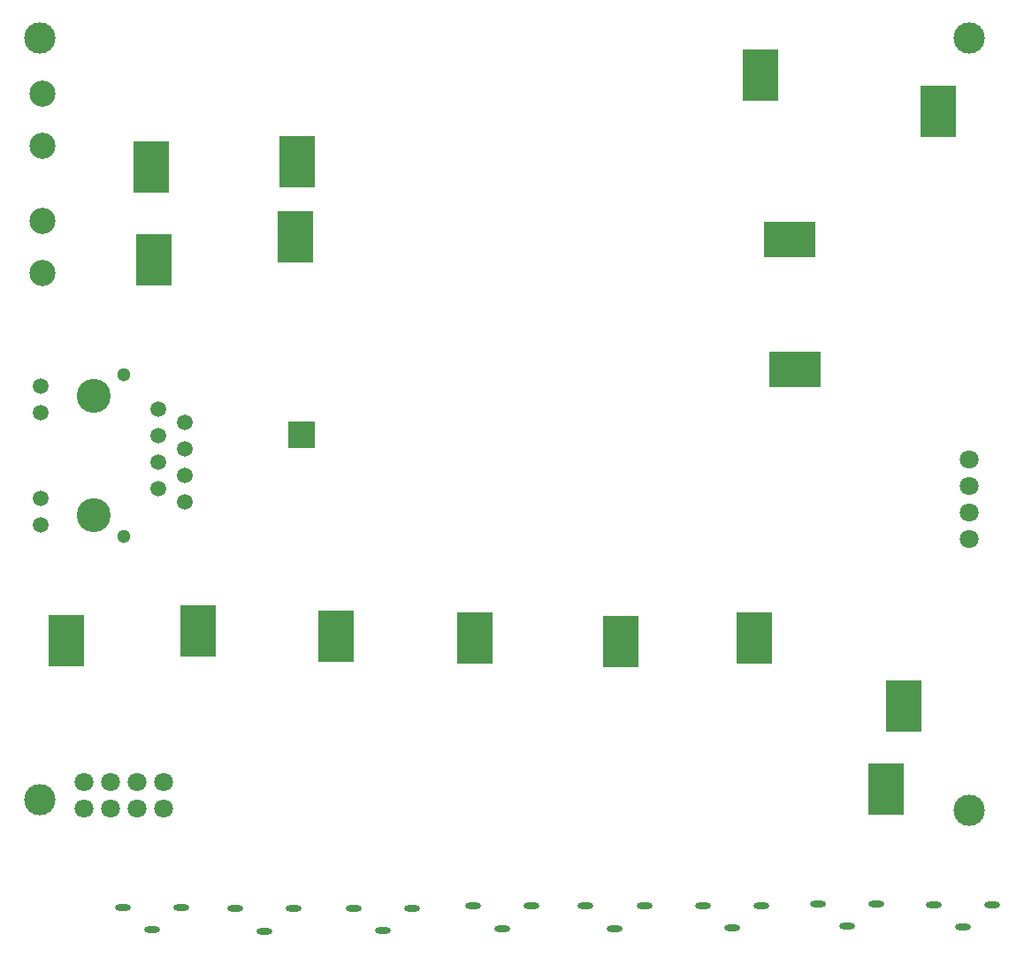
<source format=gbs>
G04 #@! TF.GenerationSoftware,KiCad,Pcbnew,5.1.5-52549c5~86~ubuntu18.04.1*
G04 #@! TF.CreationDate,2020-12-28T20:35:26-08:00*
G04 #@! TF.ProjectId,GAMTP_rev02,47414d54-505f-4726-9576-30322e6b6963,rev?*
G04 #@! TF.SameCoordinates,Original*
G04 #@! TF.FileFunction,Soldermask,Bot*
G04 #@! TF.FilePolarity,Negative*
%FSLAX46Y46*%
G04 Gerber Fmt 4.6, Leading zero omitted, Abs format (unit mm)*
G04 Created by KiCad (PCBNEW 5.1.5-52549c5~86~ubuntu18.04.1) date 2020-12-28 20:35:26*
%MOMM*%
%LPD*%
G04 APERTURE LIST*
%ADD10O,1.500000X0.600000*%
%ADD11C,0.300000*%
%ADD12R,3.400000X5.000000*%
%ADD13R,3.000000X3.000000*%
%ADD14R,5.000000X3.400000*%
%ADD15C,3.000000*%
%ADD16R,2.499360X2.499360*%
%ADD17C,1.500000*%
%ADD18C,3.250000*%
%ADD19C,1.300000*%
%ADD20C,2.500000*%
%ADD21C,1.800000*%
G04 APERTURE END LIST*
D10*
X99900000Y-141300000D03*
X105500000Y-141300000D03*
X102700000Y-143450000D03*
X177550000Y-141000000D03*
X183150000Y-141000000D03*
X180350000Y-143150000D03*
X110700000Y-141400000D03*
X116300000Y-141400000D03*
X113500000Y-143550000D03*
X166500000Y-140950000D03*
X172100000Y-140950000D03*
X169300000Y-143100000D03*
X122050000Y-141350000D03*
X127650000Y-141350000D03*
X124850000Y-143500000D03*
X155500000Y-141100000D03*
X161100000Y-141100000D03*
X158300000Y-143250000D03*
X133450000Y-141150000D03*
X139050000Y-141150000D03*
X136250000Y-143300000D03*
X144250000Y-141150000D03*
X149850000Y-141150000D03*
X147050000Y-143300000D03*
D11*
X117686000Y-69850000D03*
X115486000Y-69850000D03*
X116586000Y-69850000D03*
D12*
X116586000Y-69850000D03*
D11*
X116586000Y-70950000D03*
X115486000Y-70950000D03*
X117686000Y-70950000D03*
X117686000Y-68750000D03*
X115486000Y-68750000D03*
X116586000Y-68750000D03*
X116586000Y-67650000D03*
X115486000Y-67650000D03*
X117686000Y-67650000D03*
X117686000Y-72050000D03*
X115486000Y-72050000D03*
X116586000Y-72050000D03*
D13*
X116586000Y-69850000D03*
D11*
X103970000Y-79248000D03*
X101770000Y-79248000D03*
X102870000Y-79248000D03*
D12*
X102870000Y-79248000D03*
D11*
X102870000Y-80348000D03*
X101770000Y-80348000D03*
X103970000Y-80348000D03*
X103970000Y-78148000D03*
X101770000Y-78148000D03*
X102870000Y-78148000D03*
X102870000Y-77048000D03*
X101770000Y-77048000D03*
X103970000Y-77048000D03*
X103970000Y-81448000D03*
X101770000Y-81448000D03*
X102870000Y-81448000D03*
D13*
X102870000Y-79248000D03*
D11*
X117538000Y-77033000D03*
X115338000Y-77033000D03*
X116438000Y-77033000D03*
D12*
X116438000Y-77033000D03*
D11*
X116438000Y-78133000D03*
X115338000Y-78133000D03*
X117538000Y-78133000D03*
X117538000Y-75933000D03*
X115338000Y-75933000D03*
X116438000Y-75933000D03*
X116438000Y-74833000D03*
X115338000Y-74833000D03*
X117538000Y-74833000D03*
X117538000Y-79233000D03*
X115338000Y-79233000D03*
X116438000Y-79233000D03*
D13*
X116438000Y-77033000D03*
D11*
X103716000Y-70358000D03*
X101516000Y-70358000D03*
X102616000Y-70358000D03*
D12*
X102616000Y-70358000D03*
D11*
X102616000Y-71458000D03*
X101516000Y-71458000D03*
X103716000Y-71458000D03*
X103716000Y-69258000D03*
X101516000Y-69258000D03*
X102616000Y-69258000D03*
X102616000Y-68158000D03*
X101516000Y-68158000D03*
X103716000Y-68158000D03*
X103716000Y-72558000D03*
X101516000Y-72558000D03*
X102616000Y-72558000D03*
D13*
X102616000Y-70358000D03*
D11*
X164250000Y-90850000D03*
X164250000Y-88650000D03*
X164250000Y-89750000D03*
D14*
X164250000Y-89750000D03*
D11*
X163150000Y-89750000D03*
X163150000Y-88650000D03*
X163150000Y-90850000D03*
X165350000Y-90850000D03*
X165350000Y-88650000D03*
X165350000Y-89750000D03*
X166450000Y-89750000D03*
X166450000Y-88650000D03*
X166450000Y-90850000D03*
X162050000Y-90850000D03*
X162050000Y-88650000D03*
X162050000Y-89750000D03*
D13*
X164250000Y-89750000D03*
D11*
X163750000Y-78350000D03*
X163750000Y-76150000D03*
X163750000Y-77250000D03*
D14*
X163750000Y-77250000D03*
D11*
X162650000Y-77250000D03*
X162650000Y-76150000D03*
X162650000Y-78350000D03*
X164850000Y-78350000D03*
X164850000Y-76150000D03*
X164850000Y-77250000D03*
X165950000Y-77250000D03*
X165950000Y-76150000D03*
X165950000Y-78350000D03*
X161550000Y-78350000D03*
X161550000Y-76150000D03*
X161550000Y-77250000D03*
D13*
X163750000Y-77250000D03*
D11*
X179100000Y-65000000D03*
X176900000Y-65000000D03*
X178000000Y-65000000D03*
D12*
X178000000Y-65000000D03*
D11*
X178000000Y-66100000D03*
X176900000Y-66100000D03*
X179100000Y-66100000D03*
X179100000Y-63900000D03*
X176900000Y-63900000D03*
X178000000Y-63900000D03*
X178000000Y-62800000D03*
X176900000Y-62800000D03*
X179100000Y-62800000D03*
X179100000Y-67200000D03*
X176900000Y-67200000D03*
X178000000Y-67200000D03*
D13*
X178000000Y-65000000D03*
D11*
X159850000Y-61570000D03*
X162050000Y-61570000D03*
X160950000Y-61570000D03*
D12*
X160950000Y-61570000D03*
D11*
X160950000Y-60470000D03*
X162050000Y-60470000D03*
X159850000Y-60470000D03*
X159850000Y-62670000D03*
X162050000Y-62670000D03*
X160950000Y-62670000D03*
X160950000Y-63770000D03*
X162050000Y-63770000D03*
X159850000Y-63770000D03*
X159850000Y-59370000D03*
X162050000Y-59370000D03*
X160950000Y-59370000D03*
D13*
X160950000Y-61570000D03*
D11*
X146500000Y-115800000D03*
X148700000Y-115800000D03*
X147600000Y-115800000D03*
D12*
X147600000Y-115800000D03*
D11*
X147600000Y-114700000D03*
X148700000Y-114700000D03*
X146500000Y-114700000D03*
X146500000Y-116900000D03*
X148700000Y-116900000D03*
X147600000Y-116900000D03*
X147600000Y-118000000D03*
X148700000Y-118000000D03*
X146500000Y-118000000D03*
X146500000Y-113600000D03*
X148700000Y-113600000D03*
X147600000Y-113600000D03*
D13*
X147600000Y-115800000D03*
D11*
X159300000Y-115500000D03*
X161500000Y-115500000D03*
X160400000Y-115500000D03*
D12*
X160400000Y-115500000D03*
D11*
X160400000Y-114400000D03*
X161500000Y-114400000D03*
X159300000Y-114400000D03*
X159300000Y-116600000D03*
X161500000Y-116600000D03*
X160400000Y-116600000D03*
X160400000Y-117700000D03*
X161500000Y-117700000D03*
X159300000Y-117700000D03*
X159300000Y-113300000D03*
X161500000Y-113300000D03*
X160400000Y-113300000D03*
D13*
X160400000Y-115500000D03*
D11*
X171925000Y-129975000D03*
X174125000Y-129975000D03*
X173025000Y-129975000D03*
D12*
X173025000Y-129975000D03*
D11*
X173025000Y-128875000D03*
X174125000Y-128875000D03*
X171925000Y-128875000D03*
X171925000Y-131075000D03*
X174125000Y-131075000D03*
X173025000Y-131075000D03*
X173025000Y-132175000D03*
X174125000Y-132175000D03*
X171925000Y-132175000D03*
X171925000Y-127775000D03*
X174125000Y-127775000D03*
X173025000Y-127775000D03*
D13*
X173025000Y-129975000D03*
D11*
X173610000Y-121960000D03*
X175810000Y-121960000D03*
X174710000Y-121960000D03*
D12*
X174710000Y-121960000D03*
D11*
X174710000Y-120860000D03*
X175810000Y-120860000D03*
X173610000Y-120860000D03*
X173610000Y-123060000D03*
X175810000Y-123060000D03*
X174710000Y-123060000D03*
X174710000Y-124160000D03*
X175810000Y-124160000D03*
X173610000Y-124160000D03*
X173610000Y-119760000D03*
X175810000Y-119760000D03*
X174710000Y-119760000D03*
D13*
X174710000Y-121960000D03*
D11*
X106000000Y-114800000D03*
X108200000Y-114800000D03*
X107100000Y-114800000D03*
D12*
X107100000Y-114800000D03*
D11*
X107100000Y-113700000D03*
X108200000Y-113700000D03*
X106000000Y-113700000D03*
X106000000Y-115900000D03*
X108200000Y-115900000D03*
X107100000Y-115900000D03*
X107100000Y-117000000D03*
X108200000Y-117000000D03*
X106000000Y-117000000D03*
X106000000Y-112600000D03*
X108200000Y-112600000D03*
X107100000Y-112600000D03*
D13*
X107100000Y-114800000D03*
D11*
X119200000Y-115300000D03*
X121400000Y-115300000D03*
X120300000Y-115300000D03*
D12*
X120300000Y-115300000D03*
D11*
X120300000Y-114200000D03*
X121400000Y-114200000D03*
X119200000Y-114200000D03*
X119200000Y-116400000D03*
X121400000Y-116400000D03*
X120300000Y-116400000D03*
X120300000Y-117500000D03*
X121400000Y-117500000D03*
X119200000Y-117500000D03*
X119200000Y-113100000D03*
X121400000Y-113100000D03*
X120300000Y-113100000D03*
D13*
X120300000Y-115300000D03*
D11*
X132500000Y-115500000D03*
X134700000Y-115500000D03*
X133600000Y-115500000D03*
D12*
X133600000Y-115500000D03*
D11*
X133600000Y-114400000D03*
X134700000Y-114400000D03*
X132500000Y-114400000D03*
X132500000Y-116600000D03*
X134700000Y-116600000D03*
X133600000Y-116600000D03*
X133600000Y-117700000D03*
X134700000Y-117700000D03*
X132500000Y-117700000D03*
X132500000Y-113300000D03*
X134700000Y-113300000D03*
X133600000Y-113300000D03*
D13*
X133600000Y-115500000D03*
D11*
X93430000Y-115760000D03*
X95630000Y-115760000D03*
X94530000Y-115760000D03*
D12*
X94530000Y-115760000D03*
D11*
X94530000Y-114660000D03*
X95630000Y-114660000D03*
X93430000Y-114660000D03*
X93430000Y-116860000D03*
X95630000Y-116860000D03*
X94530000Y-116860000D03*
X94530000Y-117960000D03*
X95630000Y-117960000D03*
X93430000Y-117960000D03*
X93430000Y-113560000D03*
X95630000Y-113560000D03*
X94530000Y-113560000D03*
D13*
X94530000Y-115760000D03*
D15*
X92000000Y-131000000D03*
X92000000Y-58000000D03*
X181000000Y-132000000D03*
X181000000Y-58000000D03*
D16*
X117000000Y-96000000D03*
D17*
X92100000Y-91375000D03*
X92100000Y-93915000D03*
X92100000Y-102085000D03*
X92100000Y-104625000D03*
X103350000Y-93560000D03*
X103350000Y-98630000D03*
X103350000Y-96100000D03*
X103350000Y-101170000D03*
X105890000Y-94820000D03*
X105890000Y-99900000D03*
X105890000Y-97360000D03*
D18*
X97132080Y-103715000D03*
X97132080Y-92285000D03*
D19*
X100050000Y-90255000D03*
X100050000Y-105745000D03*
D17*
X105890000Y-102440000D03*
D20*
X92202000Y-75478000D03*
X92202000Y-80478000D03*
D21*
X181000000Y-105950000D03*
X181000000Y-103410000D03*
X181000000Y-98340160D03*
X181000000Y-100880160D03*
X101270000Y-131770000D03*
X103810000Y-131770000D03*
X98730000Y-131770000D03*
X96190000Y-131770000D03*
X96190000Y-129230000D03*
X98730000Y-129230000D03*
X103810000Y-129230000D03*
X101270000Y-129230000D03*
D20*
X92202000Y-68286000D03*
X92202000Y-63286000D03*
M02*

</source>
